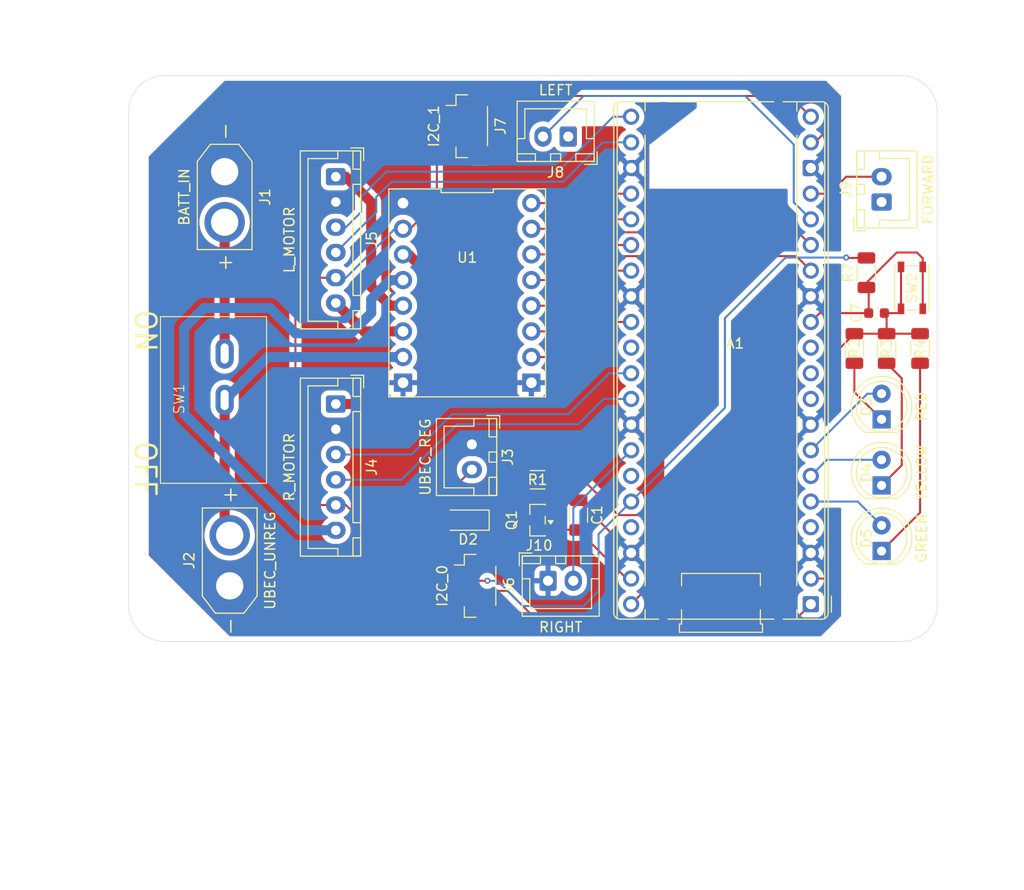
<source format=kicad_pcb>
(kicad_pcb (version 20241229) (generator "pcbnew") (generator_version "9.0")
  (layers (0 "F.Cu" signal) (2 "B.Cu" signal) (13 "F.Paste" user) (15 "B.Paste" user) (5 "F.SilkS" user "F.Silkscreen") (7 "B.SilkS" user "B.Silkscreen") (1 "F.Mask" user) (3 "B.Mask" user) (25 "Edge.Cuts" user))
  (net 0 "")
  (net 1 "/LED_RED")
  (net 2 "/BUTTON")
  (net 4 "+3V3")
  (net 7 "VBUS")
  (net 8 "VSYS")
  (net 9 "/LED_GREEN")
  (net 11 "GND")
  (net 12 "/VAO1")
  (net 13 "/VAO2")
  (net 14 "/+6V_BATT")
  (net 15 "V_MOTOR")
  (net 16 "/VBO1")
  (net 17 "/VBO2")
  (net 18 "/I2C1_SCL")
  (net 19 "/I2C0_SCL")
  (net 20 "/I2C0_SDA")
  (net 21 "/I2C1_SDA")
  (net 22 "/LED_YELLOW")
  (net 24 "/VREG")
  (net 25 "Net-(D2-K)")
  (net 27 "/SHUT_RIGHT")
  (net 28 "Net-(D3-K)")
  (net 29 "/SHUT_FORWARD")
  (net 30 "Net-(D4-K)")
  (net 31 "Net-(D5-K)")
  (net 32 "/L_ENC_A")
  (net 33 "/L_ENC_B")
  (net 34 "/SHUT_LEFT")
  (net 35 "/R_ENC_B")
  (net 36 "/R_ENC_A")
  (net 37 "/PWM_A")
  (net 38 "/PWM_B")
  (net 39 "/STBY")
  (net 40 "/A_IN1")
  (net 41 "/A_IN2")
  (net 42 "/B_IN2")
  (net 43 "/B_IN1")
  (footprint "Connector_JST:JST_XH_B2B-XH-A_1x02_P2.50mm_Vertical" (layer "F.Cu") (at 179 84 90)
    (property "Reference" "J9" (at 1.25 -3.55 90) (layer "F.SilkS"))
    (property "Value" "FORWARD" (at 1.25 4.6 90) (layer "F.SilkS"))
    (pad "1" thru_hole roundrect (at 0 0 90) (size 1.7 2) (drill 1) (layers "*.Cu" "*.Mask") (roundrect_rratio 0.147059))
    (pad "2" thru_hole oval (at 2.5 0 90) (size 1.7 2) (drill 1) (layers "*.Cu" "*.Mask") (net 29 "/SHUT_FORWARD"))
  )
  (footprint "Connector_JST:JST_XH_B2B-XH-A_1x02_P2.50mm_Vertical" (layer "F.Cu") (at 146 121.5)
    (property "Reference" "J10" (at -0.8875 -3.5 0) (layer "F.SilkS"))
    (property "Value" "RIGHT" (at 1.25 4.6 0) (layer "F.SilkS"))
    (pad "1" thru_hole roundrect (at 0 0) (size 1.7 2) (drill 1) (layers "*.Cu" "*.Mask") (roundrect_rratio 0.147059) (net 11 "GND"))
    (pad "2" thru_hole oval (at 2.5 0) (size 1.7 2) (drill 1) (layers "*.Cu" "*.Mask") (net 27 "/SHUT_RIGHT"))
  )
  (footprint "MountingHole:MountingHole_3.2mm_M3" (layer "F.Cu") (at 181 75)
    (property "Reference" "H1" (hide yes))
    (property "Value" "MountingHole")
    (pad "" np_thru_hole circle (at 0 0) (size 3.2 3.2) (drill 3.2) (layers "*.Cu" "*.Mask"))
  )
  (footprint "Connector_JST:JST_XH_B2B-XH-A_1x02_P2.50mm_Vertical" (layer "F.Cu") (at 148 77.525 180)
    (property "Reference" "J8" (at 1.25 -3.55 180) (layer "F.SilkS"))
    (property "Value" "LEFT" (at 1.25 4.6 180) (layer "F.SilkS"))
    (pad "1" thru_hole roundrect (at 0 0 180) (size 1.7 2) (drill 1) (layers "*.Cu" "*.Mask") (roundrect_rratio 0.147059))
    (pad "2" thru_hole oval (at 2.5 0 180) (size 1.7 2) (drill 1) (layers "*.Cu" "*.Mask") (net 34 "/SHUT_LEFT"))
  )
  (footprint "Connector_AMASS:AMASS_XT30U-F_1x02_P5.0mm_Vertical" (layer "F.Cu") (at 114 81 -90)
    (property "Reference" "J1" (at 2.5 -4 270) (layer "F.SilkS"))
    (property "Value" "BATT_IN" (at 2.5 4 270) (layer "F.SilkS"))
    (fp_text user "-" (at -4 0 270) (layer "F.SilkS") (effects (font (size 1.5 1.5))))
    (fp_text user "+" (at 9 0 270) (layer "F.SilkS") (effects (font (size 1.5 1.5))))
    (pad "1" thru_hole roundrect (at 0 0 270) (size 3.8 3.8) (drill 2.7) (layers "*.Cu" "*.Mask") (roundrect_rratio 0.2) (net 11 "GND"))
    (pad "2" thru_hole circle (at 5 0 270) (size 4 4) (drill 2.7) (layers "*.Cu" "*.Mask") (net 14 "/+6V_BATT"))
  )
  (footprint "Connector_AMASS:AMASS_XT30U-F_1x02_P5.0mm_Vertical" (layer "F.Cu") (at 114.5 122 90)
    (property "Reference" "J2" (at 2.5 -4 90) (layer "F.SilkS"))
    (property "Value" "UBEC_UNREG" (at 2.5 4 90) (layer "F.SilkS"))
    (fp_text user "+" (at 9 0 90) (layer "F.SilkS") (effects (font (size 1.5 1.5))))
    (fp_text user "-" (at -4 0 90) (layer "F.SilkS") (effects (font (size 1.5 1.5))))
    (pad "1" thru_hole roundrect (at 0 0 90) (size 3.8 3.8) (drill 2.7) (layers "*.Cu" "*.Mask") (roundrect_rratio 0.2) (net 11 "GND"))
    (pad "2" thru_hole circle (at 5 0 90) (size 4 4) (drill 2.7) (layers "*.Cu" "*.Mask") (net 15 "V_MOTOR"))
  )
  (footprint "Connector_JST:JST_XH_B6B-XH-A_1x06_P2.50mm_Vertical" (layer "F.Cu") (at 125 104 -90)
    (property "Reference" "J4" (at 6.25 -3.55 90) (layer "F.SilkS"))
    (property "Value" "R_MOTOR" (at 6.25 4.6 90) (layer "F.SilkS"))
    (pad "1" thru_hole roundrect (at 0 0 270) (size 1.7 1.95) (drill 0.95) (layers "*.Cu" "*.Mask") (roundrect_rratio 0.147059) (net 12 "/VAO1"))
    (pad "2" thru_hole oval (at 2.5 0 270) (size 1.7 1.95) (drill 0.95) (layers "*.Cu" "*.Mask") (net 11 "GND") (thermal_bridge_width 1))
    (pad "3" thru_hole oval (at 5 0 270) (size 1.7 1.95) (drill 0.95) (layers "*.Cu" "*.Mask") (net 36 "/R_ENC_A"))
    (pad "4" thru_hole oval (at 7.5 0 270) (size 1.7 1.95) (drill 0.95) (layers "*.Cu" "*.Mask") (net 35 "/R_ENC_B"))
    (pad "5" thru_hole oval (at 10 0 270) (size 1.7 1.95) (drill 0.95) (layers "*.Cu" "*.Mask") (net 4 "+3V3"))
    (pad "6" thru_hole oval (at 12.5 0 270) (size 1.7 1.95) (drill 0.95) (layers "*.Cu" "*.Mask") (net 13 "/VAO2"))
  )
  (footprint "LED_THT:LED_D5.0mm" (layer "F.Cu") (at 179 105.5175 90)
    (property "Reference" "D3" (at 1.27 -1.5 90) (layer "F.SilkS"))
    (property "Value" "RED" (at 1.27 3.96 90) (layer "F.SilkS"))
    (pad "1" thru_hole rect (at 0 0 90) (size 1.8 1.8) (drill 0.9) (layers "*.Cu" "*.Mask") (net 28 "Net-(D3-K)"))
    (pad "2" thru_hole circle (at 2.54 0 90) (size 1.8 1.8) (drill 0.9) (layers "*.Cu" "*.Mask") (net 1 "/LED_RED"))
  )
  (footprint "Slide_Switch:GF-123-0054" (layer "F.Cu") (at 112.9 103.6 -90)
    (property "Reference" "SW1" (at -0.1 3.4 90) (layer "F.SilkS") (effects (font (thickness 0.1))))
    (property "Value" "GF_123-0054" (hide yes))
    (pad "1" thru_hole oval (at -4.6 -1.1 270) (size 3 1.8) (drill oval 2 0.8) (layers "*.Cu" "*.Mask") (net 14 "/+6V_BATT"))
    (pad "2" thru_hole oval (at 0 -1.1 270) (size 3 1.8) (drill oval 2 0.8) (layers "*.Cu" "*.Mask") (net 15 "V_MOTOR"))
  )
  (footprint "Resistor_SMD:R_1206_3216Metric" (layer "F.Cu") (at 176.31 98.5 90)
    (property "Reference" "R2" (at 0 0 90) (layer "F.SilkS"))
    (property "Value" "220R")
    (pad "1" smd roundrect (at -1.4625 0 90) (size 1.125 1.75) (layers "F.Cu" "F.Mask" "F.Paste") (roundrect_rratio 0.222222) (net 28 "Net-(D3-K)"))
    (pad "2" smd roundrect (at 1.4625 0 90) (size 1.125 1.75) (layers "F.Cu" "F.Mask" "F.Paste") (roundrect_rratio 0.222222) (net 11 "GND"))
  )
  (footprint "Package_TO_SOT_SMD:SOT-23" (layer "F.Cu") (at 144.9625 115.5 180)
    (property "Reference" "Q1" (at 2.5625 0 90) (layer "F.SilkS"))
    (property "Value" "SL2301S")
    (pad "1" smd roundrect (at -0.9375 -0.95 180) (size 1.475 0.6) (layers "F.Cu" "F.Mask" "F.Paste") (net 8 "VSYS"))
    (pad "2" smd roundrect (at -0.9375 0.95 180) (size 1.475 0.6) (layers "F.Cu" "F.Mask" "F.Paste") (net 7 "VBUS"))
    (pad "3" smd roundrect (at 0.9375 0 180) (size 1.475 0.6) (layers "F.Cu" "F.Mask" "F.Paste") (net 25 "Net-(D2-K)"))
  )
  (footprint "Resistor_SMD:R_1206_3216Metric" (layer "F.Cu") (at 179.5 98.5 90)
    (property "Reference" "R3" (at 0 0 90) (layer "F.SilkS"))
    (property "Value" "220R")
    (pad "1" smd roundrect (at -1.4625 0 90) (size 1.125 1.75) (layers "F.Cu" "F.Mask" "F.Paste") (roundrect_rratio 0.222222) (net 30 "Net-(D4-K)"))
    (pad "2" smd roundrect (at 1.4625 0 90) (size 1.125 1.75) (layers "F.Cu" "F.Mask" "F.Paste") (roundrect_rratio 0.222222) (net 11 "GND"))
  )
  (footprint "Capacitor_SMD:C_1206_3216Metric" (layer "F.Cu") (at 149 115 -90)
    (property "Reference" "C1" (at 0 -1.85 90) (layer "F.SilkS"))
    (property "Value" "100nF")
    (pad "1" smd roundrect (at -1.475 0 270) (size 1.15 1.8) (layers "F.Cu" "F.Mask" "F.Paste") (roundrect_rratio 0.217391) (net 11 "GND"))
    (pad "2" smd roundrect (at 1.475 0 270) (size 1.15 1.8) (layers "F.Cu" "F.Mask" "F.Paste") (roundrect_rratio 0.217391) (net 8 "VSYS"))
  )
  (footprint "Connector_JST:JST_SH_BM04B-SRSS-TB_1x04-1MP_P1.00mm_Vertical" (layer "F.Cu") (at 138 76.5 -90)
    (property "Reference" "J7" (at 0 -3.3 90) (layer "F.SilkS"))
    (property "Value" "I2C_1" (at 0 3.3 90) (layer "F.SilkS"))
    (pad "1" smd roundrect (at -1.5 1.325 270) (size 0.6 1.55) (layers "F.Cu" "F.Mask" "F.Paste") (net 11 "GND"))
    (pad "2" smd roundrect (at -0.5 1.325 270) (size 0.6 1.55) (layers "F.Cu" "F.Mask" "F.Paste") (net 4 "+3V3"))
    (pad "3" smd roundrect (at 0.5 1.325 270) (size 0.6 1.55) (layers "F.Cu" "F.Mask" "F.Paste") (net 21 "/I2C1_SDA"))
    (pad "4" smd roundrect (at 1.5 1.325 270) (size 0.6 1.55) (layers "F.Cu" "F.Mask" "F.Paste") (net 18 "/I2C1_SCL"))
    (pad "MP" smd roundrect (at -2.8 -1.2 270) (size 1.2 1.8) (layers "F.Cu" "F.Mask" "F.Paste") (roundrect_rratio 0.208333))
    (pad "MP" smd roundrect (at 2.8 -1.2 270) (size 1.2 1.8) (layers "F.Cu" "F.Mask" "F.Paste") (roundrect_rratio 0.208333))
  )
  (footprint "Resistor_SMD:R_1206_3216Metric" (layer "F.Cu") (at 144.9625 111.5 180)
    (property "Reference" "R1" (at 0 0 0) (layer "F.SilkS"))
    (property "Value" "100K")
    (pad "1" smd roundrect (at -1.4625 0 180) (size 1.125 1.75) (layers "F.Cu" "F.Mask" "F.Paste") (roundrect_rratio 0.222222) (net 7 "VBUS"))
    (pad "2" smd roundrect (at 1.4625 0 180) (size 1.125 1.75) (layers "F.Cu" "F.Mask" "F.Paste") (roundrect_rratio 0.222222) (net 11 "GND"))
  )
  (footprint "Resistor_SMD:R_1206_3216Metric" (layer "F.Cu") (at 177.5 91 90)
    (property "Reference" "R7" (at 0 -1.83 90) (layer "F.SilkS"))
    (property "Value" "10K")
    (pad "1" smd roundrect (at -1.4625 0 90) (size 1.125 1.75) (layers "F.Cu" "F.Mask" "F.Paste") (roundrect_rratio 0.222222) (net 2 "/BUTTON"))
    (pad "2" smd roundrect (at 1.4625 0 90) (size 1.125 1.75) (layers "F.Cu" "F.Mask" "F.Paste") (roundrect_rratio 0.222222) (net 4 "+3V3"))
  )
  (footprint "Connector_JST:JST_SH_BM04B-SRSS-TB_1x04-1MP_P1.00mm_Vertical" (layer "F.Cu") (at 138.825 122 -90)
    (property "Reference" "J6" (at 0 -3.3 90) (layer "F.SilkS"))
    (property "Value" "I2C_0" (at 0 3.3 90) (layer "F.SilkS"))
    (pad "1" smd roundrect (at -1.5 1.325 270) (size 0.6 1.55) (layers "F.Cu" "F.Mask" "F.Paste") (net 11 "GND"))
    (pad "2" smd roundrect (at -0.5 1.325 270) (size 0.6 1.55) (layers "F.Cu" "F.Mask" "F.Paste") (net 4 "+3V3"))
    (pad "3" smd roundrect (at 0.5 1.325 270) (size 0.6 1.55) (layers "F.Cu" "F.Mask" "F.Paste") (net 20 "/I2C0_SDA"))
    (pad "4" smd roundrect (at 1.5 1.325 270) (size 0.6 1.55) (layers "F.Cu" "F.Mask" "F.Paste") (net 19 "/I2C0_SCL"))
    (pad "MP" smd roundrect (at -2.8 -1.2 270) (size 1.2 1.8) (layers "F.Cu" "F.Mask" "F.Paste") (roundrect_rratio 0.208333))
    (pad "MP" smd roundrect (at 2.8 -1.2 270) (size 1.2 1.8) (layers "F.Cu" "F.Mask" "F.Paste") (roundrect_rratio 0.208333))
  )
  (footprint "Diode_SMD:D_SOD-123F" (layer "F.Cu") (at 137.9625 115.5 180)
    (property "Reference" "D2" (at -0.127 -1.905 0) (layer "F.SilkS"))
    (property "Value" "DSK24")
    (pad "1" smd roundrect (at -1.4 0 180) (size 1.1 1.1) (layers "F.Cu" "F.Mask" "F.Paste") (roundrect_rratio 0.2272727273) (net 25 "Net-(D2-K)"))
    (pad "2" smd roundrect (at 1.4 0 180) (size 1.1 1.1) (layers "F.Cu" "F.Mask" "F.Paste") (roundrect_rratio 0.2272727273) (net 24 "/VREG"))
  )
  (footprint "LED_THT:LED_D5.0mm" (layer "F.Cu") (at 179 112.0575 90)
    (property "Reference" "D4" (at 1.27 -1.5 90) (layer "F.SilkS"))
    (property "Value" "YELLOW" (at 1.27 3.96 90) (layer "F.SilkS"))
    (pad "1" thru_hole rect (at 0 0 90) (size 1.8 1.8) (drill 0.9) (layers "*.Cu" "*.Mask") (net 30 "Net-(D4-K)"))
    (pad "2" thru_hole circle (at 2.54 0 90) (size 1.8 1.8) (drill 0.9) (layers "*.Cu" "*.Mask") (net 22 "/LED_YELLOW"))
  )
  (footprint "MountingHole:MountingHole_3.2mm_M3" (layer "F.Cu") (at 181 124)
    (property "Reference" "H4" (hide yes))
    (property "Value" "MountingHole")
    (pad "" np_thru_hole circle (at 0 0) (size 3.2 3.2) (drill 3.2) (layers "*.Cu" "*.Mask"))
  )
  (footprint "Connector_JST:JST_XH_B2B-XH-A_1x02_P2.50mm_Vertical" (layer "F.Cu") (at 138.4625 108 -90)
    (property "Reference" "J3" (at 1.25 -3.55 90) (layer "F.SilkS"))
    (property "Value" "UBEC_REG" (at 1.25 4.6 90) (layer "F.SilkS"))
    (pad "1" thru_hole roundrect (at 0 0 270) (size 1.7 2) (drill 1) (layers "*.Cu" "*.Mask") (roundrect_rratio 0.147059) (net 11 "GND"))
    (pad "2" thru_hole oval (at 2.5 0 270) (size 1.7 2) (drill 1) (layers "*.Cu" "*.Mask") (net 24 "/VREG"))
  )
  (footprint "Button_Switch_SMD:SW_SPST_PTS810" (layer "F.Cu") (at 182 92.5 90)
    (property "Reference" "SW2" (at 0 0 90) (layer "F.SilkS"))
    (property "Value" "SW_SPST")
    (pad "1" smd rect (at -2.075 -1.075 90) (size 1.05 0.65) (layers "F.Cu" "F.Mask" "F.Paste") (net 11 "GND"))
    (pad "1" smd rect (at 2.075 -1.075 90) (size 1.05 0.65) (layers "F.Cu" "F.Mask" "F.Paste") (net 11 "GND"))
    (pad "2" smd rect (at -2.075 1.075 90) (size 1.05 0.65) (layers "F.Cu" "F.Mask" "F.Paste") (net 2 "/BUTTON"))
    (pad "2" smd rect (at 2.075 1.075 90) (size 1.05 0.65) (layers "F.Cu" "F.Mask" "F.Paste") (net 2 "/BUTTON"))
  )
  (footprint "Module:RaspberryPi_Pico_Common_THT" (layer "F.Cu") (at 172 123.8175 180)
    (property "Reference" "A1" (at 8.5 25.8175 0) (layer "F.SilkS") (effects (justify left)))
    (property "Value" "RaspberryPi_Pico")
    (pad "1" thru_hole roundrect (at 0 0 180) (size 1.6 1.6) (drill 1) (layers "*.Cu" "*.Mask") (roundrect_rratio 0.125) (net 20 "/I2C0_SDA"))
    (pad "2" thru_hole circle (at 0 2.54 180) (size 1.6 1.6) (drill 1) (layers "*.Cu" "*.Mask") (net 19 "/I2C0_SCL"))
    (pad "3" thru_hole custom (at 0 5.08 180) (size 1.6 1.6) (drill 1) (layers "*.Cu" "*.Mask") (net 11 "GND") (options (clearance outline) (anchor circle)) (primitives (gr_poly (pts (xy 0.8 0.6) (xy 0.8 -0.6) (xy 0.6 -0.8) (xy 0 -0.8) (xy 0 0.8) (xy 0.6 0.8)) (width 0) (fill yes)) (gr_circle (center 0.6 0.6) (end 0.8 0.6) (width 0) (fill yes)) (gr_circle (center 0.6 -0.6) (end 0.8 -0.6) (width 0) (fill yes))))
    (pad "4" thru_hole circle (at 0 7.62 180) (size 1.6 1.6) (drill 1) (layers "*.Cu" "*.Mask"))
    (pad "5" thru_hole circle (at 0 10.16 180) (size 1.6 1.6) (drill 1) (layers "*.Cu" "*.Mask") (net 9 "/LED_GREEN"))
    (pad "6" thru_hole circle (at 0 12.7 180) (size 1.6 1.6) (drill 1) (layers "*.Cu" "*.Mask") (net 22 "/LED_YELLOW"))
    (pad "7" thru_hole circle (at 0 15.24 180) (size 1.6 1.6) (drill 1) (layers "*.Cu" "*.Mask") (net 1 "/LED_RED"))
    (pad "8" thru_hole custom (at 0 17.78 180) (size 1.6 1.6) (drill 1) (layers "*.Cu" "*.Mask") (net 11 "GND") (options (clearance outline) (anchor circle)) (primitives (gr_poly (pts (xy 0.8 0.6) (xy 0.8 -0.6) (xy 0.6 -0.8) (xy 0 -0.8) (xy 0 0.8) (xy 0.6 0.8)) (width 0) (fill yes)) (gr_circle (center 0.6 0.6) (end 0.8 0.6) (width 0) (fill yes)) (gr_circle (center 0.6 -0.6) (end 0.8 -0.6) (width 0) (fill yes))))
    (pad "9" thru_hole circle (at 0 20.32 180) (size 1.6 1.6) (drill 1) (layers "*.Cu" "*.Mask"))
    (pad "10" thru_hole circle (at 0 22.86 180) (size 1.6 1.6) (drill 1) (layers "*.Cu" "*.Mask"))
    (pad "11" thru_hole circle (at 0 25.4 180) (size 1.6 1.6) (drill 1) (layers "*.Cu" "*.Mask"))
    (pad "12" thru_hole circle (at 0 27.94 180) (size 1.6 1.6) (drill 1) (layers "*.Cu" "*.Mask") (net 2 "/BUTTON"))
    (pad "13" thru_hole custom (at 0 30.48 180) (size 1.6 1.6) (drill 1) (layers "*.Cu" "*.Mask") (net 11 "GND") (options (clearance outline) (anchor circle)) (primitives (gr_poly (pts (xy 0.8 0.6) (xy 0.8 -0.6) (xy 0.6 -0.8) (xy 0 -0.8) (xy 0 0.8) (xy 0.6 0.8)) (width 0) (fill yes)) (gr_circle (center 0.6 0.6) (end 0.8 0.6) (width 0) (fill yes)) (gr_circle (center 0.6 -0.6) (end 0.8 -0.6) (width 0) (fill yes))))
    (pad "14" thru_hole circle (at 0 33.02 180) (size 1.6 1.6) (drill 1) (layers "*.Cu" "*.Mask") (net 43 "/B_IN1"))
    (pad "15" thru_hole circle (at 0 35.56 180) (size 1.6 1.6) (drill 1) (layers "*.Cu" "*.Mask") (net 40 "/A_IN1"))
    (pad "16" thru_hole circle (at 0 38.1 180) (size 1.6 1.6) (drill 1) (layers "*.Cu" "*.Mask") (net 34 "/SHUT_LEFT"))
    (pad "17" thru_hole circle (at 0 40.64 180) (size 1.6 1.6) (drill 1) (layers "*.Cu" "*.Mask") (net 29 "/SHUT_FORWARD"))
    (pad "18" thru_hole custom (at 0 43.18 180) (size 1.6 1.6) (drill 1) (layers "*.Cu" "*.Mask") (net 11 "GND") (options (clearance outline) (anchor circle)) (primitives (gr_poly (pts (xy 0.8 0.6) (xy 0.8 -0.6) (xy 0.6 -0.8) (xy 0 -0.8) (xy 0 0.8) (xy 0.6 0.8)) (width 0) (fill yes)) (gr_circle (center 0.6 0.6) (end 0.8 0.6) (width 0) (fill yes)) (gr_circle (center 0.6 -0.6) (end 0.8 -0.6) (width 0) (fill yes))))
    (pad "19" thru_hole circle (at 0 45.72 180) (size 1.6 1.6) (drill 1) (layers "*.Cu" "*.Mask") (net 21 "/I2C1_SDA"))
    (pad "20" thru_hole circle (at 0 48.26 180) (size 1.6 1.6) (drill 1) (layers "*.Cu" "*.Mask") (net 18 "/I2C1_SCL"))
    (pad "21" thru_hole circle (at 17.78 48.26 180) (size 1.6 1.6) (drill 1) (layers "*.Cu" "*.Mask") (net 32 "/L_ENC_A"))
    (pad "22" thru_hole circle (at 17.78 45.72 180) (size 1.6 1.6) (drill 1) (layers "*.Cu" "*.Mask") (net 33 "/L_ENC_B"))
    (pad "23" thru_hole custom (at 17.78 43.18 180) (size 1.6 1.6) (drill 1) (layers "*.Cu" "*.Mask") (net 11 "GND") (options (clearance outline) (anchor circle)) (primitives (gr_poly (pts (xy -0.8 0.6) (xy -0.8 -0.6) (xy -0.6 -0.8) (xy 0 -0.8) (xy 0 0.8) (xy -0.6 0.8)) (width 0) (fill yes)) (gr_circle (center -0.6 0.6) (end -0.4 0.6) (width 0) (fill yes)) (gr_circle (center -0.6 -0.6) (end -0.4 -0.6) (width 0) (fill yes))))
    (pad "24" thru_hole circle (at 17.78 40.64 180) (size 1.6 1.6) (drill 1) (layers "*.Cu" "*.Mask") (net 37 "/PWM_A"))
    (pad "25" thru_hole circle (at 17.78 38.1 180) (size 1.6 1.6) (drill 1) (layers "*.Cu" "*.Mask") (net 41 "/A_IN2"))
    (pad "26" thru_hole circle (at 17.78 35.56 180) (size 1.6 1.6) (drill 1) (layers "*.Cu" "*.Mask") (net 39 "/STBY"))
    (pad "27" thru_hole circle (at 17.78 33.02 180) (size 1.6 1.6) (drill 1) (layers "*.Cu" "*.Mask") (net 42 "/B_IN2"))
    (pad "28" thru_hole custom (at 17.78 30.48 180) (size 1.6 1.6) (drill 1) (layers "*.Cu" "*.Mask") (net 11 "GND") (options (clearance outline) (anchor circle)) (primitives (gr_poly (pts (xy -0.8 0.6) (xy -0.8 -0.6) (xy -0.6 -0.8) (xy 0 -0.8) (xy 0 0.8) (xy -0.6 0.8)) (width 0) (fill yes)) (gr_circle (center -0.6 0.6) (end -0.4 0.6) (width 0) (fill yes)) (gr_circle (center -0.6 -0.6) (end -0.4 -0.6) (width 0) (fill yes))))
    (pad "29" thru_hole circle (at 17.78 27.94 180) (size 1.6 1.6) (drill 1) (layers "*.Cu" "*.Mask") (net 38 "/PWM_B"))
    (pad "30" thru_hole circle (at 17.78 25.4 180) (size 1.6 1.6) (drill 1) (layers "*.Cu" "*.Mask"))
    (pad "31" thru_hole circle (at 17.78 22.86 180) (size 1.6 1.6) (drill 1) (layers "*.Cu" "*.Mask") (net 36 "/R_ENC_A"))
    (pad "32" thru_hole circle (at 17.78 20.32 180) (size 1.6 1.6) (drill 1) (layers "*.Cu" "*.Mask") (net 35 "/R_ENC_B"))
    (pad "33" thru_hole custom (at 17.78 17.78 180) (size 1.6 1.6) (drill 1) (layers "*.Cu" "*.Mask") (net 11 "GND") (options (clearance outline) (anchor circle)) (primitives (gr_poly (pts (xy -0.8 0.6) (xy -0.8 -0.6) (xy -0.6 -0.8) (xy 0 -0.8) (xy 0 0.8) (xy -0.6 0.8)) (width 0) (fill yes)) (gr_circle (center -0.6 0.6) (end -0.4 0.6) (width 0) (fill yes)) (gr_circle (center -0.6 -0.6) (end -0.4 -0.6) (width 0) (fill yes))))
    (pad "34" thru_hole circle (at 17.78 15.24 180) (size 1.6 1.6) (drill 1) (layers "*.Cu" "*.Mask") (net 27 "/SHUT_RIGHT"))
    (pad "35" thru_hole circle (at 17.78 12.7 180) (size 1.6 1.6) (drill 1) (layers "*.Cu" "*.Mask"))
    (pad "36" thru_hole circle (at 17.78 10.16 180) (size 1.6 1.6) (drill 1) (layers "*.Cu" "*.Mask") (net 4 "+3V3"))
    (pad "37" thru_hole circle (at 17.78 7.62 180) (size 1.6 1.6) (drill 1) (layers "*.Cu" "*.Mask"))
    (pad "38" thru_hole custom (at 17.78 5.08 180) (size 1.6 1.6) (drill 1) (layers "*.Cu" "*.Mask") (net 11 "GND") (options (clearance outline) (anchor circle)) (primitives (gr_poly (pts (xy -0.8 0.6) (xy -0.8 -0.6) (xy -0.6 -0.8) (xy 0 -0.8) (xy 0 0.8) (xy -0.6 0.8)) (width 0) (fill yes)) (gr_circle (center -0.6 0.6) (end -0.4 0.6) (width 0) (fill yes)) (gr_circle (center -0.6 -0.6) (end -0.4 -0.6) (width 0) (fill yes))))
    (pad "39" thru_hole circle (at 17.78 2.54 180) (size 1.6 1.6) (drill 1) (layers "*.Cu" "*.Mask") (net 8 "VSYS"))
    (pad "40" thru_hole circle (at 17.78 0 180) (size 1.6 1.6) (drill 1) (layers "*.Cu" "*.Mask") (net 7 "VBUS"))
    (zone (net 0) (net_name "") (layers "F.Cu" "B.Cu" "F.Paste" "B.Paste") (name "Antenna Copper Keep Out") (connect_pads (clearance 0)) (min_thickness 0.254)
      (keepout (tracks not_allowed) (vias not_allowed) (pads not_allowed) (copperpour not_allowed) (footprints allowed))
      (fill (thermal_gap 0.508) (thermal_bridge_width 0.508))
      (polygon (pts (xy 165.51 74.697605) (xy 170.21 78.347605) (xy 170.21 82.6875) (xy 156.01 82.6875) (xy 156.01 78.347605) (xy 160.71 74.697605) (xy 160.71 73.6875) (xy 165.51 73.6875)))
    )
  )
  (footprint "LED_THT:LED_D5.0mm" (layer "F.Cu") (at 179 118.5575 90)
    (property "Reference" "D5" (at 1.27 -1.5 90) (layer "F.SilkS"))
    (property "Value" "GREEN" (at 1.27 3.96 90) (layer "F.SilkS"))
    (pad "1" thru_hole rect (at 0 0 90) (size 1.8 1.8) (drill 0.9) (layers "*.Cu" "*.Mask") (net 31 "Net-(D5-K)"))
    (pad "2" thru_hole circle (at 2.54 0 90) (size 1.8 1.8) (drill 0.9) (layers "*.Cu" "*.Mask") (net 9 "/LED_GREEN"))
  )
  (footprint "Capacitor_SMD:C_0603_1608Metric" (layer "F.Cu") (at 178.5 95)
    (property "Reference" "C7" (at -2 0 270) (layer "F.SilkS"))
    (property "Value" "100nf")
    (pad "1" smd roundrect (at -0.775 0) (size 0.9 0.95) (layers "F.Cu" "F.Mask" "F.Paste") (net 2 "/BUTTON"))
    (pad "2" smd roundrect (at 0.775 0) (size 0.9 0.95) (layers "F.Cu" "F.Mask" "F.Paste") (net 11 "GND"))
  )
  (footprint "Connector_JST:JST_XH_B6B-XH-A_1x06_P2.50mm_Vertical" (layer "F.Cu") (at 125 81.5 -90)
    (property "Reference" "J5" (at 6.25 -3.55 90) (layer "F.SilkS"))
    (property "Value" "L_MOTOR" (at 6.25 4.6 90) (layer "F.SilkS"))
    (pad "1" thru_hole roundrect (at 0 0 270) (size 1.7 1.95) (drill 0.95) (layers "*.Cu" "*.Mask") (roundrect_rratio 0.147059) (net 17 "/VBO2"))
    (pad "2" thru_hole oval (at 2.5 0 270) (size 1.7 1.95) (drill 0.95) (layers "*.Cu" "*.Mask") (net 11 "GND") (thermal_bridge_width 1))
    (pad "3" thru_hole oval (at 5 0 270) (size 1.7 1.95) (drill 0.95) (layers "*.Cu" "*.Mask") (net 32 "/L_ENC_A"))
    (pad "4" thru_hole oval (at 7.5 0 270) (size 1.7 1.95) (drill 0.95) (layers "*.Cu" "*.Mask") (net 33 "/L_ENC_B"))
    (pad "5" thru_hole oval (at 10 0 270) (size 1.7 1.95) (drill 0.95) (layers "*.Cu" "*.Mask") (net 4 "+3V3"))
    (pad "6" thru_hole oval (at 12.5 0 270) (size 1.7 1.95) (drill 0.95) (layers "*.Cu" "*.Mask") (net 16 "/VBO1"))
  )
  (footprint "MountingHole:MountingHole_3.2mm_M3" (layer "F.Cu") (at 108 124)
    (property "Reference" "H3" (hide yes))
    (property "Value" "MountingHole")
    (pad "" np_thru_hole circle (at 0 0) (size 3.2 3.2) (drill 3.2) (layers "*.Cu" "*.Mask"))
  )
  (footprint "TB6612FBG_POLULU:TB6612FNG_dUAL_MOTOR_DRIVER" (layer "F.Cu") (at 138 93 -90)
    (property "Reference" "U1" (at -3.5 0 0) (layer "F.SilkS"))
    (property "Value" "TB6612_DUAL_MOTOR_DRIVER")
    (pad "1" thru_hole rect (at -8.89 6.35 270) (size 1.8 1.8) (drill 1.06) (layers "*.Cu" "*.Mask") (net 11 "GND"))
    (pad "2" thru_hole circle (at -6.35 6.35 270) (size 1.8 1.8) (drill 1.06) (layers "*.Cu" "*.Mask") (net 4 "+3V3"))
    (pad "3" thru_hole circle (at -3.81 6.35 270) (size 1.8 1.8) (drill 1.06) (layers "*.Cu" "*.Mask") (net 12 "/VAO1"))
    (pad "4" thru_hole circle (at -1.27 6.35 270) (size 1.8 1.8) (drill 1.06) (layers "*.Cu" "*.Mask") (net 13 "/VAO2"))
    (pad "5" thru_hole circle (at 1.27 6.35 270) (size 1.8 1.8) (drill 1.06) (layers "*.Cu" "*.Mask") (net 17 "/VBO2"))
    (pad "6" thru_hole circle (at 3.81 6.35 270) (size 1.8 1.8) (drill 1.06) (layers "*.Cu" "*.Mask") (net 16 "/VBO1"))
    (pad "7" thru_hole circle (at 6.35 6.35 270) (size 1.8 1.8) (drill 1.06) (layers "*.Cu" "*.Mask") (net 15 "V_MOTOR"))
    (pad "8" thru_hole rect (at 8.89 6.35 270) (size 1.8 1.8) (drill 1.06) (layers "*.Cu" "*.Mask") (net 11 "GND"))
    (pad "9" thru_hole rect (at 8.89 -6.35 270) (size 1.8 1.8) (drill 1.06) (layers "*.Cu" "*.Mask") (net 11 "GND"))
    (pad "10" thru_hole circle (at 6.35 -6.35 270) (size 1.8 1.8) (drill 1.06) (layers "*.Cu" "*.Mask") (net 38 "/PWM_B"))
    (pad "11" thru_hole circle (at 3.81 -6.35 270) (size 1.8 1.8) (drill 1.06) (layers "*.Cu" "*.Mask") (net 42 "/B_IN2"))
    (pad "12" thru_hole circle (at 1.27 -6.35 270) (size 1.8 1.8) (drill 1.06) (layers "*.Cu" "*.Mask") (net 43 "/B_IN1"))
    (pad "13" thru_hole circle (at -1.27 -6.35 270) (size 1.8 1.8) (drill 1.06) (layers "*.Cu" "*.Mask") (net 39 "/STBY"))
    (pad "14" thru_hole circle (at -3.81 -6.35 270) (size 1.8 1.8) (drill 1.06) (layers "*.Cu" "*.Mask") (net 40 "/A_IN1"))
    (pad "15" thru_hole circle (at -6.35 -6.35 270) (size 1.8 1.8) (drill 1.06) (layers "*.Cu" "*.Mask") (net 41 "/A_IN2"))
    (pad "16" thru_hole circle (at -8.89 -6.35 270) (size 1.8 1.8) (drill 1.06) (layers "*.Cu" "*.Mask") (net 37 "/PWM_A"))
  )
  (footprint "MountingHole:MountingHole_3.2mm_M3" (layer "F.Cu") (at 108 75)
    (property "Reference" "H2" (hide yes))
    (property "Value" "MountingHole")
    (pad "" np_thru_hole circle (at 0 0) (size 3.2 3.2) (drill 3.2) (layers "*.Cu" "*.Mask"))
  )
  (footprint "Resistor_SMD:R_1206_3216Metric" (layer "F.Cu") (at 182.81 98.5 90)
    (property "Reference" "R4" (at -0.05 0.04 90) (layer "F.SilkS"))
    (property "Value" "220R")
    (pad "1" smd roundrect (at -1.4625 0 90) (size 1.125 1.75) (layers "F.Cu" "F.Mask" "F.Paste") (roundrect_rratio 0.222222) (net 31 "Net-(D5-K)"))
    (pad "2" smd roundrect (at 1.4625 0 90) (size 1.125 1.75) (layers "F.Cu" "F.Mask" "F.Paste") (roundrect_rratio 0.222222) (net 11 "GND"))
  )
  (gr_line (start 181 127.5) (end 108 127.5) (stroke (width 0.05)) (layer "Edge.Cuts"))
  (gr_arc (start 181 71.5) (mid 183.474874 72.525126) (end 184.5 75) (stroke (width 0.05)) (layer "Edge.Cuts"))
  (gr_arc (start 184.5 124) (mid 183.474874 126.474874) (end 181 127.5) (stroke (width 0.05)) (layer "Edge.Cuts"))
  (gr_line (start 184.5 75) (end 184.5 124) (stroke (width 0.05)) (layer "Edge.Cuts"))
  (gr_arc (start 104.5 75) (mid 105.525126 72.525126) (end 108 71.5) (stroke (width 0.05)) (layer "Edge.Cuts"))
  (gr_line (start 104.5 124) (end 104.5 75) (stroke (width 0.05)) (layer "Edge.Cuts"))
  (gr_arc (start 108 127.5) (mid 105.525126 126.474874) (end 104.5 124) (stroke (width 0.05)) (layer "Edge.Cuts"))
  (gr_line (start 108 71.5) (end 181 71.5) (stroke (width 0.05)) (layer "Edge.Cuts"))
  (gr_text "OFF" (at 105 107.5 270) (layer "F.SilkS") (effects (font (size 2 2) (thickness 0.25)) (justify left bottom)))
  (gr_text "ON" (at 105 94.5 270) (layer "F.SilkS") (effects (font (size 2 2) (thickness 0.25)) (justify left bottom)))
  (segment (start 179 102.9775) (end 177.6 102.9775) (width 0.2) (layer "B.Cu") (net 1))
  (segment (start 177.6 102.9775) (end 172 108.5775) (width 0.2) (layer "B.Cu") (net 1))
  (segment (start 183.075 90.425) (end 183.075 94.575) (width 0.2) (layer "F.Cu") (net 2))
  (segment (start 172.8775 95) (end 172 95.8775) (width 0.2) (layer "F.Cu") (net 2))
  (segment (start 180.5 89) (end 182.5 89) (width 0.2) (layer "F.Cu") (net 2))
  (segment (start 177.725 92.6875) (end 177.725 95) (width 0.2) (layer "F.Cu") (net 2))
  (segment (start 183.075 89.575) (end 183.075 90.425) (width 0.2) (layer "F.Cu") (net 2))
  (segment (start 177.5 92.4625) (end 177.5 92) (width 0.2) (layer "F.Cu") (net 2))
  (segment (start 177.5 92.4625) (end 177.725 92.6875) (width 0.2) (layer "F.Cu") (net 2))
  (segment (start 177.5 92) (end 180.5 89) (width 0.2) (layer "F.Cu") (net 2))
  (segment (start 177.725 95) (end 172.8775 95) (width 0.2) (layer "F.Cu") (net 2))
  (segment (start 182.5 89) (end 183.075 89.575) (width 0.2) (layer "F.Cu") (net 2))
  (segment (start 175.5375 89.5375) (end 175.5 89.5) (width 0.2) (layer "F.Cu") (net 4))
  (segment (start 134.625 121.5) (end 135 121.5) (width 0.2) (layer "F.Cu") (net 4))
  (segment (start 177.5 89.5375) (end 175.5375 89.5375) (width 0.2) (layer "F.Cu") (net 4))
  (segment (start 135 84) (end 132.35 86.65) (width 0.2) (layer "F.Cu") (net 4))
  (segment (start 136.675 76) (end 135.5 76) (width 0.2) (layer "F.Cu") (net 4))
  (segment (start 135.5 76) (end 135 76.5) (width 0.2) (layer "F.Cu") (net 4))
  (segment (start 121 94) (end 121 111.5) (width 0.2) (layer "F.Cu") (net 4))
  (segment (start 121 111.5) (end 123.5 114) (width 0.2) (layer "F.Cu") (net 4))
  (segment (start 135 76.5) (end 135 84) (width 0.2) (layer "F.Cu") (net 4))
  (segment (start 123.5 91.5) (end 121 94) (width 0.2) (layer "F.Cu") (net 4))
  (segment (start 126 114) (end 133.5 121.5) (width 0.2) (layer "F.Cu") (net 4))
  (segment (start 132.35 86.65) (end 131.65 86.65) (width 0.2) (layer "F.Cu") (net 4))
  (segment (start 125 91.5) (end 123.5 91.5) (width 0.2) (layer "F.Cu") (net 4))
  (segment (start 135 121.5) (end 137.5 121.5) (width 0.2) (layer "F.Cu") (net 4))
  (segment (start 133.5 121.5) (end 134.625 121.5) (width 0.2) (layer "F.Cu") (net 4))
  (segment (start 140 121.5) (end 137.5 121.5) (width 0.2) (layer "F.Cu") (net 4))
  (segment (start 125 114) (end 126 114) (width 0.2) (layer "F.Cu") (net 4))
  (segment (start 123.5 114) (end 125 114) (width 0.2) (layer "F.Cu") (net 4))
  (via (at 140 121.5) (size 0.6) (drill 0.3) (layers "F.Cu" "B.Cu") (net 4))
  (via (at 175.5 89.5) (size 0.6) (drill 0.3) (layers "F.Cu" "B.Cu") (net 4))
  (segment (start 130.85 86.65) (end 131.65 86.65) (width 0.2) (layer "B.Cu") (net 4))
  (segment (start 140 121.5) (end 141 121.5) (width 0.2) (layer "B.Cu") (net 4))
  (segment (start 149.5 124) (end 151 122.5) (width 0.2) (layer "B.Cu") (net 4))
  (segment (start 125 91.5) (end 126 91.5) (width 0.2) (layer "B.Cu") (net 4))
  (segment (start 151 116.8775) (end 154.22 113.6575) (width 0.2) (layer "B.Cu") (net 4))
  (segment (start 169.5 89.5) (end 175.5 89.5) (width 0.2) (layer "B.Cu") (net 4))
  (segment (start 163.5 95.5) (end 169.5 89.5) (width 0.2) (layer "B.Cu") (net 4))
  (segment (start 143.5 124) (end 149.5 124) (width 0.2) (layer "B.Cu") (net 4))
  (segment (start 141 121.5) (end 143.5 124) (width 0.2) (layer "B.Cu") (net 4))
  (segment (start 126 91.5) (end 130.85 86.65) (width 0.2) (layer "B.Cu") (net 4))
  (segment (start 163.5 104.3775) (end 163.5 95.5) (width 0.2) (layer "B.Cu") (net 4))
  (segment (start 154.22 113.6575) (end 163.5 104.3775) (width 0.2) (layer "B.Cu") (net 4))
  (segment (start 151 122.5) (end 151 116.8775) (width 0.2) (layer "B.Cu") (net 4))
  (segment (start 152.9625 115) (end 149.4625 111.5) (width 0.2) (layer "F.Cu") (net 7))
  (segment (start 155.5 115) (end 152.9625 115) (width 0.2) (layer "F.Cu") (net 7))
  (segment (start 156.5 121.5375) (end 156.5 116) (width 0.2) (layer "F.Cu") (net 7))
  (segment (start 145.9 114.55) (end 145.9 112.025) (width 0.2) (layer "F.Cu") (net 7))
  (segment (start 146.425 111.5) (end 149.4625 111.5) (width 0.2) (layer "F.Cu") (net 7))
  (segment (start 156.5 116) (end 155.5 115) (width 0.2) (layer "F.Cu") (net 7))
  (segment (start 154.22 123.8175) (end 156.5 121.5375) (width 0.2) (layer "F.Cu") (net 7))
  (segment (start 145.9 112.025) (end 146.425 111.5) (width 0.2) (layer "F.Cu") (net 7))
  (segment (start 154 121.4975) (end 154.22 121.2775) (width 0.2) (layer "F.Cu") (net 8))
  (segment (start 145.9 116.45) (end 148.975 116.45) (width 0.2) (layer "F.Cu") (net 8))
  (segment (start 153.985 121.4975) (end 154 121.4975) (width 0.2) (layer "F.Cu") (net 8))
  (segment (start 148.975 116.45) (end 149 116.475) (width 0.2) (layer "F.Cu") (net 8))
  (segment (start 148.9375 116.45) (end 153.985 121.4975) (width 0.2) (layer "F.Cu") (net 8))
  (segment (start 154.22 121.2775) (end 154.4175 121.475) (width 0.2) (layer "B.Cu") (net 8))
  (segment (start 176.64 113.6575) (end 172 113.6575) (width 0.2) (layer "B.Cu") (net 9))
  (segment (start 179 116.0175) (end 176.64 113.6575) (width 0.2) (layer "B.Cu") (net 9))
  (segment (start 138.4625 108) (end 140 108) (width 0.2) (layer "F.Cu") (net 11))
  (segment (start 135 75) (end 131.65 78.35) (width 0.2) (layer "F.Cu") (net 11))
  (segment (start 179.275 94.725) (end 179.275 95) (width 0.2) (layer "F.Cu") (net 11))
  (segment (start 180.925 94.575) (end 180.925 94.875) (width 0.2) (layer "F.Cu") (net 11))
  (segment (start 180.925 94.875) (end 180.8 95) (width 0.2) (layer "F.Cu") (net 11))
  (segment (start 149 113.525) (end 154.2125 118.7375) (width 0.2) (layer "F.Cu") (net 11))
  (segment (start 140 108) (end 143.5 111.5) (width 0.2) (layer "F.Cu") (net 11))
  (segment (start 131.65 78.35) (end 131.65 84.11) (width 0.2) (layer "F.Cu") (net 11))
  (segment (start 129.5 116) (end 134 120.5) (width 0.2) (layer "F.Cu") (net 11))
  (segment (start 125 106.5) (end 129.5 111) (width 0.2) (layer "F.Cu") (net 11))
  (segment (start 182.81 97.0375) (end 176.31 97.0375) (width 0.2) (layer "F.Cu") (net 11))
  (segment (start 179.275 95) (end 179.5 95.225) (width 0.2) (layer "F.Cu") (net 11))
  (segment (start 172.1 93.2375) (end 172 93.3375) (width 0.2) (layer "F.Cu") (net 11))
  (segment (start 136.675 75) (end 135 75) (width 0.2) (layer "F.Cu") (net 11))
  (segment (start 180.925 94.575) (end 180.925 90.425) (width 0.2) (layer "F.Cu") (net 11))
  (segment (start 129.5 111) (end 129.5 116) (width 0.2) (layer "F.Cu") (net 11))
  (segment (start 174 104.0375) (end 172 106.0375) (width 0.2) (layer "F.Cu") (net 11))
  (segment (start 154.2125 118.7375) (end 154.22 118.7375) (width 0.2) (layer "F.Cu") (net 11))
  (segment (start 179.5 95.225) (end 179.5 97.0375) (width 0.2) (layer "F.Cu") (net 11))
  (segment (start 174 99.3475) (end 174 104.0375) (width 0.2) (layer "F.Cu") (net 11))
  (segment (start 134 120.5) (end 137.5 120.5) (width 0.2) (layer "F.Cu") (net 11))
  (segment (start 176.31 97.0375) (end 174 99.3475) (width 0.2) (layer "F.Cu") (net 11))
  (segment (start 180.8 95) (end 179.275 95) (width 0.2) (layer "F.Cu") (net 11))
  (segment (start 132 106) (end 135 103) (width 1) (layer "F.Cu") (net 12))
  (segment (start 132.19 89.19) (end 131.65 89.19) (width 1) (layer "F.Cu") (net 12))
  (segment (start 127 104) (end 129 106) (width 1) (layer "F.Cu") (net 12))
  (segment (start 135 103) (end 135 92) (width 1) (layer "F.Cu") (net 12))
  (segment (start 129 106) (end 132 106) (width 1) (layer "F.Cu") (net 12))
  (segment (start 135 92) (end 132.19 89.19) (width 1) (layer "F.Cu") (net 12))
  (segment (start 125 104) (end 127 104) (width 1) (layer "F.Cu") (net 12))
  (segment (start 128.5 93.607208) (end 128.5 95) (width 1) (layer "B.Cu") (net 13))
  (segment (start 128.5 95) (end 126.5 97) (width 1) (layer "B.Cu") (net 13))
  (segment (start 131.65 91.73) (end 130.377208 91.73) (width 1) (layer "B.Cu") (net 13))
  (segment (start 109.995173 104.995173) (end 121.5 116.5) (width 1) (layer "B.Cu") (net 13))
  (segment (start 111.967898 94.5) (end 109.995173 96.472725) (width 1) (layer "B.Cu") (net 13))
  (segment (start 109.995173 96.472725) (end 109.995173 104.995173) (width 1) (layer "B.Cu") (net 13))
  (segment (start 130.377208 91.73) (end 128.5 93.607208) (width 1) (layer "B.Cu") (net 13))
  (segment (start 121 97) (end 118.5 94.5) (width 1) (layer "B.Cu") (net 13))
  (segment (start 126.5 97) (end 121 97) (width 1) (layer "B.Cu") (net 13))
  (segment (start 121.5 116.5) (end 125 116.5) (width 1) (layer "B.Cu") (net 13))
  (segment (start 118.5 94.5) (end 111.967898 94.5) (width 1) (layer "B.Cu") (net 13))
  (segment (start 114 86) (end 114 99) (width 1) (layer "F.Cu") (net 14))
  (segment (start 114 87) (end 113 86) (width 1) (layer "F.Cu") (net 14))
  (segment (start 114 103.6) (end 114 117) (width 1) (layer "F.Cu") (net 15))
  (segment (start 114 103.6) (end 118.25 99.35) (width 1) (layer "B.Cu") (net 15))
  (segment (start 118.25 99.35) (end 131.65 99.35) (width 1) (layer "B.Cu") (net 15))
  (segment (start 127.81 96.81) (end 131.65 96.81) (width 1) (layer "F.Cu") (net 16))
  (segment (start 125 94) (end 127.81 96.81) (width 1) (layer "F.Cu") (net 16))
  (segment (start 128.5 92.392792) (end 130.377208 94.27) (width 1) (layer "F.Cu") (net 17))
  (segment (start 125.975 81.5) (end 128.5 84.025) (width 1) (layer "F.Cu") (net 17))
  (segment (start 128.5 84.025) (end 128.5 92.392792) (width 1) (layer "F.Cu") (net 17))
  (segment (start 130.377208 94.27) (end 131.65 94.27) (width 1) (layer "F.Cu") (net 17))
  (segment (start 125 81.5) (end 125.975 81.5) (width 1) (layer "F.Cu") (net 17))
  (segment (start 140.5 78) (end 145 73.5) (width 0.2) (layer "F.Cu") (net 18))
  (segment (start 169.9425 73.5) (end 172 75.5575) (width 0.2) (layer "F.Cu") (net 18))
  (segment (start 145 73.5) (end 169.9425 73.5) (width 0.2) (layer "F.Cu") (net 18))
  (segment (start 136.675 78) (end 140.5 78) (width 0.2) (layer "F.Cu") (net 18))
  (segment (start 173.5 121.5) (end 174 122) (width 0.2) (layer "F.Cu") (net 19))
  (segment (start 137.5 123.5) (end 141.601 123.5) (width 0.2) (layer "F.Cu") (net 19))
  (segment (start 174 122) (end 174 125) (width 0.2) (layer "F.Cu") (net 19))
  (segment (start 141.601 123.5) (end 144.5 126.399) (width 0.2) (layer "F.Cu") (net 19))
  (segment (start 174 125) (end 172.601 126.399) (width 0.2) (layer "F.Cu") (net 19))
  (segment (start 172.601 126.399) (end 144.5 126.399) (width 0.2) (layer "F.Cu") (net 19))
  (segment (start 173.2775 121.2775) (end 173.5 121.5) (width 0.2) (layer "F.Cu") (net 19))
  (segment (start 172 121.2775) (end 173.2775 121.2775) (width 0.2) (layer "F.Cu") (net 19))
  (segment (start 145 125.5) (end 170.3175 125.5) (width 0.2) (layer "F.Cu") (net 20))
  (segment (start 137.5 122.5) (end 142 122.5) (width 0.2) (layer "F.Cu") (net 20))
  (segment (start 170.3175 125.5) (end 172 123.8175) (width 0.2) (layer "F.Cu") (net 20))
  (segment (start 142 122.5) (end 145 125.5) (width 0.2) (layer "F.Cu") (net 20))
  (segment (start 174.5 76) (end 172.4025 78.0975) (width 0.2) (layer "F.Cu") (net 21))
  (segment (start 136.675 77) (end 139.5 77) (width 0.2) (layer "F.Cu") (net 21))
  (segment (start 174.5 74) (end 174.5 76) (width 0.2) (layer "F.Cu") (net 21))
  (segment (start 172.4025 78.0975) (end 172 78.0975) (width 0.2) (layer "F.Cu") (net 21))
  (segment (start 139.5 77) (end 144 72.5) (width 0.2) (layer "F.Cu") (net 21))
  (segment (start 144 72.5) (end 173 72.5) (width 0.2) (layer "F.Cu") (net 21))
  (segment (start 173 72.5) (end 174.5 74) (width 0.2) (layer "F.Cu") (net 21))
  (segment (start 179 109.5175) (end 173.6 109.5175) (width 0.2) (layer "B.Cu") (net 22))
  (segment (start 173.6 109.5175) (end 172 111.1175) (width 0.2) (layer "B.Cu") (net 22))
  (segment (start 138.4625 110.5) (end 136.5625 112.4) (width 0.2) (layer "F.Cu") (net 24))
  (segment (start 136.5625 112.4) (end 136.5625 115.5) (width 0.2) (layer "F.Cu") (net 24))
  (segment (start 139.3625 115.5) (end 144.025 115.5) (width 0.2) (layer "F.Cu") (net 25))
  (segment (start 148.5 114.2975) (end 148.5 121.5) (width 0.2) (layer "B.Cu") (net 27))
  (segment (start 154.22 108.5775) (end 148.5 114.2975) (width 0.2) (layer "B.Cu") (net 27))
  (segment (start 176.31 99.9625) (end 176.31 102.8275) (width 0.2) (layer "F.Cu") (net 28))
  (segment (start 176.31 102.8275) (end 179 105.5175) (width 0.2) (layer "F.Cu") (net 28))
  (segment (start 179 81.5) (end 175.5 81.5) (width 0.2) (layer "F.Cu") (net 29))
  (segment (start 173.8225 83.1775) (end 172 83.1775) (width 0.2) (layer "F.Cu") (net 29))
  (segment (start 172.06 83.2375) (end 172 83.1775) (width 0.2) (layer "F.Cu") (net 29))
  (segment (start 175.5 81.5) (end 173.8225 83.1775) (width 0.2) (layer "F.Cu") (net 29))
  (segment (start 181 110.0575) (end 179 112.0575) (width 0.2) (layer "F.Cu") (net 30))
  (segment (start 179.5 99.9625) (end 181 101.4625) (width 0.2) (layer "F.Cu") (net 30))
  (segment (start 181 101.4625) (end 181 110.0575) (width 0.2) (layer "F.Cu") (net 30))
  (segment (start 182.81 99.9625) (end 182.81 114.7475) (width 0.2) (layer "F.Cu") (net 31))
  (segment (start 182.81 114.7475) (end 179 118.5575) (width 0.2) (layer "F.Cu") (net 31))
  (segment (start 152.5575 75.5575) (end 154.22 75.5575) (width 0.2) (layer "B.Cu") (net 32))
  (segment (start 130 81) (end 147 81) (width 0.2) (layer "B.Cu") (net 32))
  (segment (start 126 86.5) (end 127.5 85) (width 0.2) (layer "B.Cu") (net 32))
  (segment (start 147 81) (end 152.5 75.5) (width 0.2) (layer "B.Cu") (net 32))
  (segment (start 127.5 83.5) (end 130 81) (width 0.2) (layer "B.Cu") (net 32))
  (segment (start 125 86.5) (end 126 86.5) (width 0.2) (layer "B.Cu") (net 32))
  (segment (start 127.5 85) (end 127.5 83.5) (width 0.2) (layer "B.Cu") (net 32))
  (segment (start 152.5 75.5) (end 152.5575 75.5575) (width 0.2) (layer "B.Cu") (net 32))
  (segment (start 129 85) (end 129 83.5) (width 0.2) (layer "B.Cu") (net 33))
  (segment (start 125 89) (end 129 85) (width 0.2) (layer "B.Cu") (net 33))
  (segment (start 151.4025 78.0975) (end 147.5 82) (width 0.2) (layer "B.Cu") (net 33))
  (segment (start 130.5 82) (end 147.5 82) (width 0.2) (layer "B.Cu") (net 33))
  (segment (start 129 83.5) (end 130.5 82) (width 0.2) (layer "B.Cu") (net 33))
  (segment (start 154.22 78.0975) (end 151.4025 78.0975) (width 0.2) (layer "B.Cu") (net 33))
  (segment (start 170.311 84.0285) (end 170.311 78.305769) (width 0.2) (layer "B.Cu") (net 34))
  (segment (start 149.525 73.5) (end 145.5 77.525) (width 0.2) (layer "B.Cu") (net 34))
  (segment (start 170.311 78.305769) (end 165.505231 73.5) (width 0.2) (layer "B.Cu") (net 34))
  (segment (start 165.505231 73.5) (end 149.525 73.5) (width 0.2) (layer "B.Cu") (net 34))
  (segment (start 172 85.7175) (end 170.311 84.0285) (width 0.2) (layer "B.Cu") (net 34))
  (segment (start 131.5 111.5) (end 137 106) (width 0.2) (layer "B.Cu") (net 35))
  (segment (start 125 111.5) (end 131.5 111.5) (width 0.2) (layer "B.Cu") (net 35))
  (segment (start 137 106) (end 149 106) (width 0.2) (layer "B.Cu") (net 35))
  (segment (start 149 106) (end 151.5025 103.4975) (width 0.2) (layer "B.Cu") (net 35))
  (segment (start 151.5025 103.4975) (end 154.22 103.4975) (width 0.2) (layer "B.Cu") (net 35))
  (segment (start 132.5 109) (end 125 109) (width 0.2) (layer "B.Cu") (net 36))
  (segment (start 136.5 105) (end 132.5 109) (width 0.2) (layer "B.Cu") (net 36))
  (segment (start 154.22 100.9575) (end 152.0425 100.9575) (width 0.2) (layer "B.Cu") (net 36))
  (segment (start 148 105) (end 136.5 105) (width 0.2) (layer "B.Cu") (net 36))
  (segment (start 152.0425 100.9575) (end 148 105) (width 0.2) (layer "B.Cu") (net 36))
  (segment (start 148.39 84.11) (end 149.3225 83.1775) (width 0.2) (layer "F.Cu") (net 37))
  (segment (start 144.35 84.11) (end 148.39 84.11) (width 0.2) (layer "F.Cu") (net 37))
  (segment (start 149.3225 83.1775) (end 154.22 83.1775) (width 0.2) (layer "F.Cu") (net 37))
  (segment (start 144.35 99.35) (end 148.65 99.35) (width 0.2) (layer "F.Cu") (net 38))
  (segment (start 152.1225 95.8775) (end 154.22 95.8775) (width 0.2) (layer "F.Cu") (net 38))
  (segment (start 148.65 99.35) (end 152.1225 95.8775) (width 0.2) (layer "F.Cu") (net 38))
  (segment (start 151.2425 88.2575) (end 154.22 88.2575) (width 0.2) (layer "F.Cu") (net 39))
  (segment (start 147.77 91.73) (end 151.2425 88.2575) (width 0.2) (layer "F.Cu") (net 39))
  (segment (start 144.35 91.73) (end 147.77 91.73) (width 0.2) (layer "F.Cu") (net 39))
  (segment (start 150.5 87) (end 170.7425 87) (width 0.2) (layer "F.Cu") (net 40))
  (segment (start 144.35 89.19) (end 148.31 89.19) (width 0.2) (layer "F.Cu") (net 40))
  (segment (start 170.7425 87) (end 172 88.2575) (width 0.2) (layer "F.Cu") (net 40))
  (segment (start 148.31 89.19) (end 150.5 87) (width 0.2) (layer "F.Cu") (net 40))
  (segment (start 148.85 86.65) (end 149.7825 85.7175) (width 0.2) (layer "F.Cu") (net 41))
  (segment (start 149.7825 85.7175) (end 154.22 85.7175) (width 0.2) (layer "F.Cu") (net 41))
  (segment (start 144.35 86.65) (end 148.85 86.65) (width 0.2) (layer "F.Cu") (net 41))
  (segment (start 152.7025 90.7975) (end 154.22 90.7975) (width 0.2) (layer "F.Cu") (net 42))
  (segment (start 146.69 96.81) (end 152.7025 90.7975) (width 0.2) (layer "F.Cu") (net 42))
  (segment (start 144.35 96.81) (end 146.69 96.81) (width 0.2) (layer "F.Cu") (net 42))
  (segment (start 170.561 89.3585) (end 172 90.7975) (width 0.2) (layer "F.Cu") (net 43))
  (segment (start 152.1415 89.3585) (end 170.561 89.3585) (width 0.2) (layer "F.Cu") (net 43))
  (segment (start 144.35 94.27) (end 147.23 94.27) (width 0.2) (layer "F.Cu") (net 43))
  (segment (start 147.23 94.27) (end 152.1415 89.3585) (width 0.2) (layer "F.Cu") (net 43))
  (zone (net 11) (net_name "GND") (layer "F.Cu") (priority 1) (connect_pads (clearance 0.5)) (min_thickness 0.25) (fill yes (thermal_gap 0.5) (thermal_bridge_width 0.5))
    (polygon (pts (xy 156 76.5) (xy 157.5 78) (xy 157.5 125) (xy 156 126.5) (xy 114 126.5) (xy 106.5 119) (xy 106.5 79.5) (xy 109.5 76.5)))
    (polygon (pts (xy 146.5 112.5) (xy 145 114.5) (xy 145 116.5) (xy 149.5 116.5) (xy 153 120) (xy 154.5 122.5) (xy 156 121.5) (xy 156 116) (xy 155.5 115.5) (xy 153 115.5) (xy 149.5 112) (xy 146.5 112)))
    (polygon (pts (xy 125.5 94) (xy 128 96.5) (xy 131.5 96.5) (xy 131.5 94.5) (xy 128.5 92.5) (xy 128.5 84) (xy 127.5 83) (xy 125.5 83)))
  )
  (zone (net 11) (net_name "GND") (layer "B.Cu") (connect_pads (clearance 0.5)) (min_thickness 0.25) (fill yes (thermal_gap 0.5) (thermal_bridge_width 0.5))
    (polygon (pts (xy 175 73.5) (xy 175 125) (xy 173 127) (xy 114.5 127) (xy 106.5 119) (xy 106.5 79.5) (xy 114 72) (xy 173.5 72)))
    (polygon (pts (xy 145.5 77.5) (xy 148.5 79.5) (xy 154.5 74) (xy 149.5 74)))
  )
)
</source>
